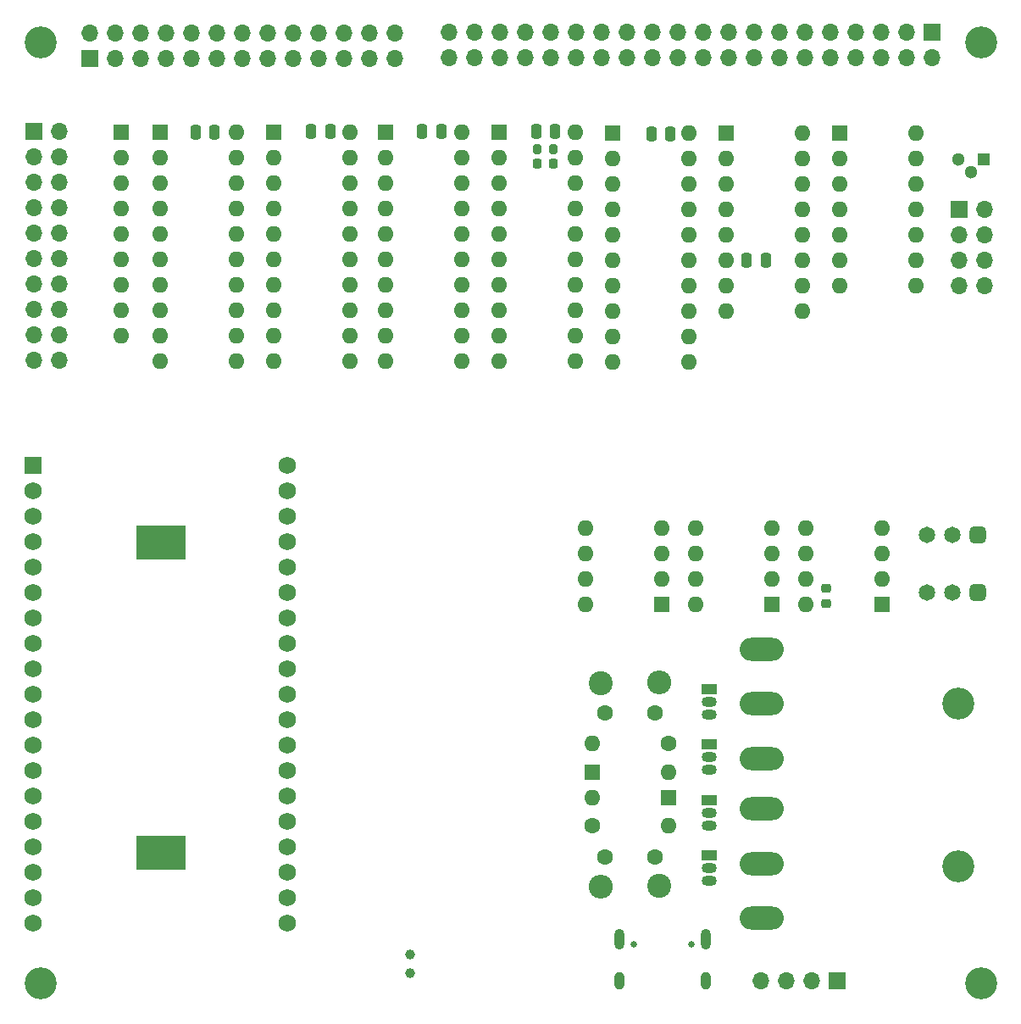
<source format=gbr>
%TF.GenerationSoftware,KiCad,Pcbnew,8.0.8*%
%TF.CreationDate,2025-03-16T16:52:43+08:00*%
%TF.ProjectId,temp_pro,74656d70-5f70-4726-9f2e-6b696361645f,rev?*%
%TF.SameCoordinates,Original*%
%TF.FileFunction,Soldermask,Bot*%
%TF.FilePolarity,Negative*%
%FSLAX46Y46*%
G04 Gerber Fmt 4.6, Leading zero omitted, Abs format (unit mm)*
G04 Created by KiCad (PCBNEW 8.0.8) date 2025-03-16 16:52:43*
%MOMM*%
%LPD*%
G01*
G04 APERTURE LIST*
G04 Aperture macros list*
%AMRoundRect*
0 Rectangle with rounded corners*
0 $1 Rounding radius*
0 $2 $3 $4 $5 $6 $7 $8 $9 X,Y pos of 4 corners*
0 Add a 4 corners polygon primitive as box body*
4,1,4,$2,$3,$4,$5,$6,$7,$8,$9,$2,$3,0*
0 Add four circle primitives for the rounded corners*
1,1,$1+$1,$2,$3*
1,1,$1+$1,$4,$5*
1,1,$1+$1,$6,$7*
1,1,$1+$1,$8,$9*
0 Add four rect primitives between the rounded corners*
20,1,$1+$1,$2,$3,$4,$5,0*
20,1,$1+$1,$4,$5,$6,$7,0*
20,1,$1+$1,$6,$7,$8,$9,0*
20,1,$1+$1,$8,$9,$2,$3,0*%
G04 Aperture macros list end*
%ADD10C,3.200000*%
%ADD11O,4.395000X2.299500*%
%ADD12O,1.600000X1.600000*%
%ADD13R,1.600000X1.600000*%
%ADD14R,1.500000X1.050000*%
%ADD15O,1.500000X1.050000*%
%ADD16O,1.700000X1.700000*%
%ADD17R,1.700000X1.700000*%
%ADD18C,1.600000*%
%ADD19C,1.000000*%
%ADD20C,1.300000*%
%ADD21R,1.300000X1.300000*%
%ADD22C,0.650000*%
%ADD23O,1.000000X2.100000*%
%ADD24O,1.000000X1.800000*%
%ADD25RoundRect,0.412500X0.412500X0.412500X-0.412500X0.412500X-0.412500X-0.412500X0.412500X-0.412500X0*%
%ADD26C,1.650000*%
%ADD27RoundRect,0.102000X-0.765000X-0.765000X0.765000X-0.765000X0.765000X0.765000X-0.765000X0.765000X0*%
%ADD28C,1.734000*%
%ADD29RoundRect,0.250000X-0.250000X-0.475000X0.250000X-0.475000X0.250000X0.475000X-0.250000X0.475000X0*%
%ADD30RoundRect,0.225000X-0.250000X0.225000X-0.250000X-0.225000X0.250000X-0.225000X0.250000X0.225000X0*%
%ADD31C,2.400000*%
%ADD32O,2.400000X2.400000*%
%ADD33RoundRect,0.225000X-0.225000X-0.250000X0.225000X-0.250000X0.225000X0.250000X-0.225000X0.250000X0*%
%ADD34RoundRect,0.200000X0.200000X0.275000X-0.200000X0.275000X-0.200000X-0.275000X0.200000X-0.275000X0*%
%ADD35RoundRect,0.250000X0.250000X0.475000X-0.250000X0.475000X-0.250000X-0.475000X0.250000X-0.475000X0*%
%ADD36RoundRect,0.102000X-2.390000X1.575000X-2.390000X-1.575000X2.390000X-1.575000X2.390000X1.575000X0*%
G04 APERTURE END LIST*
D10*
%TO.C,H6*%
X198900000Y-131200000D03*
%TD*%
%TO.C,H5*%
X198900000Y-115000000D03*
%TD*%
D11*
%TO.C,Q1*%
X179295000Y-125489000D03*
X179295000Y-130950000D03*
X179295000Y-136411000D03*
%TD*%
D12*
%TO.C,U12*%
X172020000Y-57990000D03*
X172020000Y-60530000D03*
X172020000Y-63070000D03*
X172020000Y-65610000D03*
X172020000Y-68150000D03*
X172020000Y-70690000D03*
X172020000Y-73230000D03*
X172020000Y-75770000D03*
X172020000Y-78310000D03*
X172020000Y-80850000D03*
X164400000Y-80850000D03*
X164400000Y-78310000D03*
X164400000Y-75770000D03*
X164400000Y-73230000D03*
X164400000Y-70690000D03*
X164400000Y-68150000D03*
X164400000Y-65610000D03*
X164400000Y-63070000D03*
X164400000Y-60530000D03*
D13*
X164400000Y-57990000D03*
%TD*%
D10*
%TO.C,H3*%
X201200000Y-48950000D03*
%TD*%
D12*
%TO.C,U15*%
X194720000Y-57975000D03*
X194720000Y-60515000D03*
X194720000Y-63055000D03*
X194720000Y-65595000D03*
X194720000Y-68135000D03*
X194720000Y-70675000D03*
X194720000Y-73215000D03*
X187100000Y-73215000D03*
X187100000Y-70675000D03*
X187100000Y-68135000D03*
X187100000Y-65595000D03*
X187100000Y-63055000D03*
X187100000Y-60515000D03*
D13*
X187100000Y-57975000D03*
%TD*%
D12*
%TO.C,RN1*%
X115300000Y-78270000D03*
X115300000Y-75730000D03*
X115300000Y-73190000D03*
X115300000Y-70650000D03*
X115300000Y-68110000D03*
X115300000Y-65570000D03*
X115300000Y-63030000D03*
X115300000Y-60490000D03*
D13*
X115300000Y-57950000D03*
%TD*%
D14*
%TO.C,Q4*%
X174050000Y-130150000D03*
D15*
X174050000Y-131420000D03*
X174050000Y-132690000D03*
%TD*%
D16*
%TO.C,J2*%
X109100000Y-80700000D03*
X106560000Y-80700000D03*
X109100000Y-78160000D03*
X106560000Y-78160000D03*
X109100000Y-75620000D03*
X106560000Y-75620000D03*
X109100000Y-73080000D03*
X106560000Y-73080000D03*
X109100000Y-70540000D03*
X106560000Y-70540000D03*
X109100000Y-68000000D03*
X106560000Y-68000000D03*
X109100000Y-65460000D03*
X106560000Y-65460000D03*
X109100000Y-62920000D03*
X106560000Y-62920000D03*
X109100000Y-60380000D03*
X106560000Y-60380000D03*
X109100000Y-57840000D03*
D17*
X106560000Y-57840000D03*
%TD*%
D13*
%TO.C,U1*%
X169320000Y-105050000D03*
D12*
X169320000Y-102510000D03*
X169320000Y-99970000D03*
X169320000Y-97430000D03*
X161700000Y-97430000D03*
X161700000Y-99970000D03*
X161700000Y-102510000D03*
X161700000Y-105050000D03*
%TD*%
D13*
%TO.C,D2*%
X162360000Y-121800000D03*
D12*
X169980000Y-121800000D03*
%TD*%
D10*
%TO.C,H1*%
X107200000Y-142950000D03*
%TD*%
D18*
%TO.C,R6*%
X162350000Y-127200000D03*
D12*
X169970000Y-127200000D03*
%TD*%
D14*
%TO.C,Q2*%
X174050000Y-119080000D03*
D15*
X174050000Y-120350000D03*
X174050000Y-121620000D03*
%TD*%
D14*
%TO.C,Q3*%
X174050000Y-124620000D03*
D15*
X174050000Y-125890000D03*
X174050000Y-127160000D03*
%TD*%
D14*
%TO.C,Q8*%
X174050000Y-113550000D03*
D15*
X174050000Y-114820000D03*
X174050000Y-116090000D03*
%TD*%
D18*
%TO.C,C4*%
X168610000Y-115900000D03*
X163610000Y-115900000D03*
%TD*%
D13*
%TO.C,U11*%
X180300000Y-105040000D03*
D12*
X180300000Y-102500000D03*
X180300000Y-99960000D03*
X180300000Y-97420000D03*
X172680000Y-97420000D03*
X172680000Y-99960000D03*
X172680000Y-102500000D03*
X172680000Y-105040000D03*
%TD*%
D19*
%TO.C,Y1*%
X144120000Y-140020000D03*
X144120000Y-141920000D03*
%TD*%
D16*
%TO.C,J1*%
X142600000Y-48000000D03*
X142600000Y-50540000D03*
X140060000Y-48000000D03*
X140060000Y-50540000D03*
X137520000Y-48000000D03*
X137520000Y-50540000D03*
X134980000Y-48000000D03*
X134980000Y-50540000D03*
X132440000Y-48000000D03*
X132440000Y-50540000D03*
X129900000Y-48000000D03*
X129900000Y-50540000D03*
X127360000Y-48000000D03*
X127360000Y-50540000D03*
X124820000Y-48000000D03*
X124820000Y-50540000D03*
X122280000Y-48000000D03*
X122280000Y-50540000D03*
X119740000Y-48000000D03*
X119740000Y-50540000D03*
X117200000Y-48000000D03*
X117200000Y-50540000D03*
X114660000Y-48000000D03*
X114660000Y-50540000D03*
X112120000Y-48000000D03*
D17*
X112120000Y-50540000D03*
%TD*%
D12*
%TO.C,U9*%
X160650000Y-57910000D03*
X160650000Y-60450000D03*
X160650000Y-62990000D03*
X160650000Y-65530000D03*
X160650000Y-68070000D03*
X160650000Y-70610000D03*
X160650000Y-73150000D03*
X160650000Y-75690000D03*
X160650000Y-78230000D03*
X160650000Y-80770000D03*
X153030000Y-80770000D03*
X153030000Y-78230000D03*
X153030000Y-75690000D03*
X153030000Y-73150000D03*
X153030000Y-70610000D03*
X153030000Y-68070000D03*
X153030000Y-65530000D03*
X153030000Y-62990000D03*
X153030000Y-60450000D03*
D13*
X153030000Y-57910000D03*
%TD*%
D18*
%TO.C,R5*%
X170010000Y-119000000D03*
D12*
X162390000Y-119000000D03*
%TD*%
D10*
%TO.C,H4*%
X107200000Y-48950000D03*
%TD*%
%TO.C,H2*%
X201200000Y-142950000D03*
%TD*%
D13*
%TO.C,D3*%
X169980000Y-124400000D03*
D12*
X162360000Y-124400000D03*
%TD*%
D16*
%TO.C,J7*%
X179180000Y-142700000D03*
X181720000Y-142700000D03*
X184260000Y-142700000D03*
D17*
X186800000Y-142700000D03*
%TD*%
D20*
%TO.C,U2*%
X198960000Y-60600000D03*
X200220000Y-61870000D03*
D21*
X201500000Y-60600000D03*
%TD*%
D12*
%TO.C,U16*%
X149345000Y-57911000D03*
X149345000Y-60451000D03*
X149345000Y-62991000D03*
X149345000Y-65531000D03*
X149345000Y-68071000D03*
X149345000Y-70611000D03*
X149345000Y-73151000D03*
X149345000Y-75691000D03*
X149345000Y-78231000D03*
X149345000Y-80771000D03*
X141725000Y-80771000D03*
X141725000Y-78231000D03*
X141725000Y-75691000D03*
X141725000Y-73151000D03*
X141725000Y-70611000D03*
X141725000Y-68071000D03*
X141725000Y-65531000D03*
X141725000Y-62991000D03*
X141725000Y-60451000D03*
D13*
X141725000Y-57911000D03*
%TD*%
D22*
%TO.C,J4*%
X166510000Y-139015000D03*
X172290000Y-139015000D03*
D23*
X165080000Y-138515000D03*
D24*
X165080000Y-142695000D03*
D23*
X173720000Y-138515000D03*
D24*
X173720000Y-142695000D03*
%TD*%
D11*
%TO.C,Q7*%
X179270000Y-109528000D03*
X179270000Y-114989000D03*
X179270000Y-120450000D03*
%TD*%
D25*
%TO.C,RV1*%
X200900000Y-98150000D03*
D26*
X198360000Y-98150000D03*
X195820000Y-98150000D03*
%TD*%
D12*
%TO.C,U3*%
X138145000Y-57911000D03*
X138145000Y-60451000D03*
X138145000Y-62991000D03*
X138145000Y-65531000D03*
X138145000Y-68071000D03*
X138145000Y-70611000D03*
X138145000Y-73151000D03*
X138145000Y-75691000D03*
X138145000Y-78231000D03*
X138145000Y-80771000D03*
X130525000Y-80771000D03*
X130525000Y-78231000D03*
X130525000Y-75691000D03*
X130525000Y-73151000D03*
X130525000Y-70611000D03*
X130525000Y-68071000D03*
X130525000Y-65531000D03*
X130525000Y-62991000D03*
X130525000Y-60451000D03*
D13*
X130525000Y-57911000D03*
%TD*%
D12*
%TO.C,U5*%
X183320000Y-57976000D03*
X183320000Y-60516000D03*
X183320000Y-63056000D03*
X183320000Y-65596000D03*
X183320000Y-68136000D03*
X183320000Y-70676000D03*
X183320000Y-73216000D03*
X183320000Y-75756000D03*
X175700000Y-75756000D03*
X175700000Y-73216000D03*
X175700000Y-70676000D03*
X175700000Y-68136000D03*
X175700000Y-65596000D03*
X175700000Y-63056000D03*
X175700000Y-60516000D03*
D13*
X175700000Y-57976000D03*
%TD*%
D16*
%TO.C,J3*%
X148060000Y-50500000D03*
X148060000Y-47960000D03*
X150600000Y-50500000D03*
X150600000Y-47960000D03*
X153140000Y-50500000D03*
X153140000Y-47960000D03*
X155680000Y-50500000D03*
X155680000Y-47960000D03*
X158220000Y-50500000D03*
X158220000Y-47960000D03*
X160760000Y-50500000D03*
X160760000Y-47960000D03*
X163300000Y-50500000D03*
X163300000Y-47960000D03*
X165840000Y-50500000D03*
X165840000Y-47960000D03*
X168380000Y-50500000D03*
X168380000Y-47960000D03*
X170920000Y-50500000D03*
X170920000Y-47960000D03*
X173460000Y-50500000D03*
X173460000Y-47960000D03*
X176000000Y-50500000D03*
X176000000Y-47960000D03*
X178540000Y-50500000D03*
X178540000Y-47960000D03*
X181080000Y-50500000D03*
X181080000Y-47960000D03*
X183620000Y-50500000D03*
X183620000Y-47960000D03*
X186160000Y-50500000D03*
X186160000Y-47960000D03*
X188700000Y-50500000D03*
X188700000Y-47960000D03*
X191240000Y-50500000D03*
X191240000Y-47960000D03*
X193780000Y-50500000D03*
X193780000Y-47960000D03*
X196320000Y-50500000D03*
D17*
X196320000Y-47960000D03*
%TD*%
D27*
%TO.C,U4*%
X106500000Y-91220000D03*
D28*
X106500000Y-93760000D03*
X106500000Y-96300000D03*
X106500000Y-98840000D03*
X106500000Y-101380000D03*
X106500000Y-103920000D03*
X106500000Y-106460000D03*
X106500000Y-109000000D03*
X106500000Y-111540000D03*
X106500000Y-114080000D03*
X106500000Y-116620000D03*
X106500000Y-119160000D03*
X106500000Y-121700000D03*
X106500000Y-124240000D03*
X106500000Y-126780000D03*
X106500000Y-129320000D03*
X106500000Y-131860000D03*
X106500000Y-134400000D03*
X106500000Y-136940000D03*
X131900000Y-136940000D03*
X131900000Y-134400000D03*
X131900000Y-131860000D03*
X131900000Y-129320000D03*
X131900000Y-126780000D03*
X131900000Y-124240000D03*
X131900000Y-121700000D03*
X131900000Y-119160000D03*
X131900000Y-116620000D03*
X131900000Y-114080000D03*
X131900000Y-111540000D03*
X131900000Y-109000000D03*
X131900000Y-106460000D03*
X131900000Y-103920000D03*
X131900000Y-101380000D03*
X131900000Y-98840000D03*
X131900000Y-96300000D03*
X131900000Y-93760000D03*
X131900000Y-91220000D03*
%TD*%
D13*
%TO.C,U8*%
X191300000Y-105040000D03*
D12*
X191300000Y-102500000D03*
X191300000Y-99960000D03*
X191300000Y-97420000D03*
X183680000Y-97420000D03*
X183680000Y-99960000D03*
X183680000Y-102500000D03*
X183680000Y-105040000D03*
%TD*%
%TO.C,U13*%
X126820000Y-57890000D03*
X126820000Y-60430000D03*
X126820000Y-62970000D03*
X126820000Y-65510000D03*
X126820000Y-68050000D03*
X126820000Y-70590000D03*
X126820000Y-73130000D03*
X126820000Y-75670000D03*
X126820000Y-78210000D03*
X126820000Y-80750000D03*
X119200000Y-80750000D03*
X119200000Y-78210000D03*
X119200000Y-75670000D03*
X119200000Y-73130000D03*
X119200000Y-70590000D03*
X119200000Y-68050000D03*
X119200000Y-65510000D03*
X119200000Y-62970000D03*
X119200000Y-60430000D03*
D13*
X119200000Y-57890000D03*
%TD*%
D18*
%TO.C,C6*%
X163610000Y-130300000D03*
X168610000Y-130300000D03*
%TD*%
D16*
%TO.C,J5*%
X201520000Y-73220000D03*
X198980000Y-73220000D03*
X201520000Y-70680000D03*
X198980000Y-70680000D03*
X201520000Y-68140000D03*
X198980000Y-68140000D03*
X201520000Y-65600000D03*
D17*
X198980000Y-65600000D03*
%TD*%
D25*
%TO.C,RV2*%
X200900000Y-103900000D03*
D26*
X198360000Y-103900000D03*
X195820000Y-103900000D03*
%TD*%
D29*
%TO.C,C19*%
X170150000Y-58070000D03*
X168250000Y-58070000D03*
%TD*%
D30*
%TO.C,C20*%
X185750000Y-103465000D03*
X185750000Y-105015000D03*
%TD*%
D29*
%TO.C,C1*%
X124620000Y-57950000D03*
X122720000Y-57950000D03*
%TD*%
D31*
%TO.C,R2*%
X169010000Y-133219000D03*
D32*
X169010000Y-112899000D03*
%TD*%
D33*
%TO.C,C16*%
X158425000Y-61070000D03*
X156875000Y-61070000D03*
%TD*%
D29*
%TO.C,C24*%
X147275000Y-57811000D03*
X145375000Y-57811000D03*
%TD*%
D31*
%TO.C,R4*%
X163210000Y-112919000D03*
D32*
X163210000Y-133239000D03*
%TD*%
D29*
%TO.C,C23*%
X136175000Y-57811000D03*
X134275000Y-57811000D03*
%TD*%
%TO.C,C15*%
X158650000Y-57820000D03*
X156750000Y-57820000D03*
%TD*%
D34*
%TO.C,R9*%
X156825000Y-59570000D03*
X158475000Y-59570000D03*
%TD*%
D35*
%TO.C,C25*%
X177780000Y-70726000D03*
X179680000Y-70726000D03*
%TD*%
D36*
%TO.C,BT2*%
X119290000Y-98875000D03*
X119290000Y-129915000D03*
%TD*%
M02*

</source>
